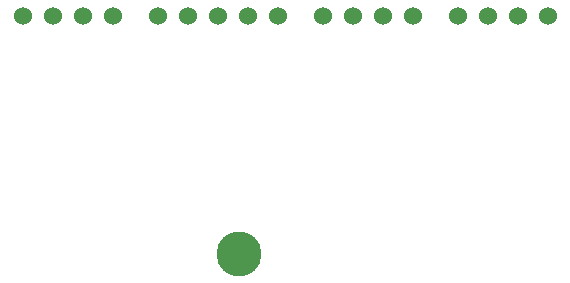
<source format=gbr>
G04 #@! TF.GenerationSoftware,KiCad,Pcbnew,(5.0.0-rc2-dev-586-g888c43477)*
G04 #@! TF.CreationDate,2018-06-03T15:17:15-03:00*
G04 #@! TF.ProjectId,Signal,5369676E616C2E6B696361645F706362,rev?*
G04 #@! TF.SameCoordinates,Original*
G04 #@! TF.FileFunction,Soldermask,Top*
G04 #@! TF.FilePolarity,Negative*
%FSLAX46Y46*%
G04 Gerber Fmt 4.6, Leading zero omitted, Abs format (unit mm)*
G04 Created by KiCad (PCBNEW (5.0.0-rc2-dev-586-g888c43477)) date 06/03/18 15:17:15*
%MOMM*%
%LPD*%
G01*
G04 APERTURE LIST*
%ADD10C,3.800000*%
%ADD11C,1.524000*%
G04 APERTURE END LIST*
D10*
X48006000Y-40482000D03*
D11*
X71628000Y-20320000D03*
X69088000Y-20320000D03*
X66548000Y-20320000D03*
X62738000Y-20320000D03*
X60198000Y-20320000D03*
X57658000Y-20320000D03*
X55118000Y-20320000D03*
X51308000Y-20320000D03*
X48768000Y-20320000D03*
X46228000Y-20320000D03*
X43688000Y-20320000D03*
X41148000Y-20320000D03*
X37338000Y-20320000D03*
X34798000Y-20320000D03*
X32258000Y-20320000D03*
X29718000Y-20320000D03*
X74168000Y-20320000D03*
M02*

</source>
